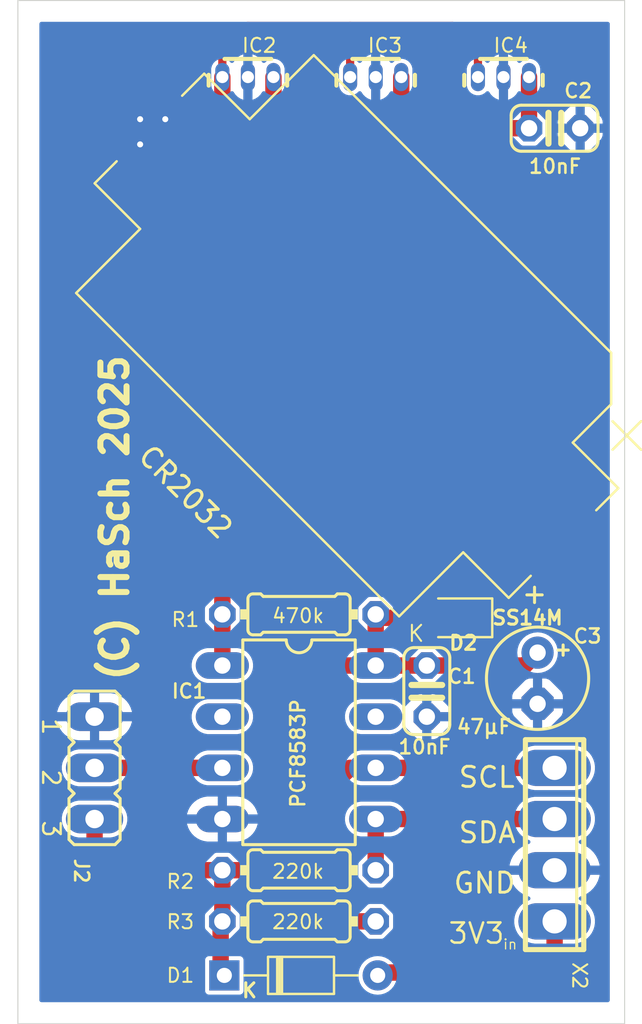
<source format=kicad_pcb>
(kicad_pcb (version 20240108) (generator "pcbnew") (generator_version "8.0")
  (layers (0 "F.Cu" signal) (31 "B.Cu" signal) (34 "B.Paste" user) (35 "F.Paste" user) (36 "B.SilkS" user "B.Silkscreen") (37 "F.SilkS" user "F.Silkscreen") (38 "B.Mask" user) (39 "F.Mask" user) (44 "Edge.Cuts" user))
  (net 0 "")
  (net 1 "SDA")
  (net 2 "VDD")
  (net 3 "GND")
  (net 4 "CNT")
  (net 5 "N$2")
  (net 6 "SCL")
  (net 7 "N$1")
  (footprint "SIP3-UA" (layer "F.Cu") (at 157.5561 83.4086 180)
    (property "Reference" "IC4" (at 0.5561 1.1586 0) (layer "F.SilkS") (effects (font (size 0.7 0.7) (thickness 0.1016)) (justify left bottom)))
    (property "Value" "A1301UA" (hide yes))
    (fp_line (start 1.95 0.11) (end 1.95 -0.425) (stroke (width 0.2032)) (layer "F.SilkS"))
    (fp_line (start -1.16 0.9) (end 1.16 0.9) (stroke (width 0.2032)) (layer "F.SilkS"))
    (fp_line (start -1.95 -0.425) (end -1.95 0.11) (stroke (width 0.2032)) (layer "F.SilkS"))
    (pad "1" thru_hole oval (at -1.27 0 270) (size 1.4 0.7) (drill 0.6) (layers "*.Cu" "*.Mask") (net 2 "VDD"))
    (pad "2" thru_hole oval (at 0 0 270) (size 1.4 0.7) (drill 0.6) (layers "*.Cu" "*.Mask") (net 3 "GND"))
    (pad "3" thru_hole oval (at 1.27 0 270) (size 1.4 0.7) (drill 0.6) (layers "*.Cu" "*.Mask") (net 4 "CNT"))
  )
  (footprint "0204_7" (layer "F.Cu") (at 147.3961 110.0786)
    (property "Reference" "R1" (at -6.3961 0.6714 0) (layer "F.SilkS") (effects (font (size 0.7 0.7) (thickness 0.09906)) (justify left bottom)))
    (property "Value" "470k" (at -1.3961 0.4826 0) (layer "F.SilkS") (effects (font (size 0.7 0.7) (thickness 0.09906)) (justify left bottom)))
    (fp_line (start -2.54 0.762) (end -2.54 -0.762) (stroke (width 0.1524)) (layer "F.SilkS"))
    (fp_line (start -2.286 -1.016) (end -1.905 -1.016) (stroke (width 0.1524)) (layer "F.SilkS"))
    (fp_line (start -2.286 1.016) (end -1.905 1.016) (stroke (width 0.1524)) (layer "F.SilkS"))
    (fp_line (start -1.778 -0.889) (end -1.905 -1.016) (stroke (width 0.1524)) (layer "F.SilkS"))
    (fp_line (start -1.778 0.889) (end -1.905 1.016) (stroke (width 0.1524)) (layer "F.SilkS"))
    (fp_line (start 1.778 -0.889) (end -1.778 -0.889) (stroke (width 0.1524)) (layer "F.SilkS"))
    (fp_line (start 1.778 -0.889) (end 1.905 -1.016) (stroke (width 0.1524)) (layer "F.SilkS"))
    (fp_line (start 1.778 0.889) (end -1.778 0.889) (stroke (width 0.1524)) (layer "F.SilkS"))
    (fp_line (start 1.778 0.889) (end 1.905 1.016) (stroke (width 0.1524)) (layer "F.SilkS"))
    (fp_line (start 2.286 -1.016) (end 1.905 -1.016) (stroke (width 0.1524)) (layer "F.SilkS"))
    (fp_line (start 2.286 1.016) (end 1.905 1.016) (stroke (width 0.1524)) (layer "F.SilkS"))
    (fp_line (start 2.54 0.762) (end 2.54 -0.762) (stroke (width 0.1524)) (layer "F.SilkS"))
    (fp_arc (start -2.54 -0.762) (mid -2.465605 -0.941605) (end -2.286 -1.016) (stroke (width 0.1524)) (layer "F.SilkS"))
    (fp_arc (start -2.286 1.016) (mid -2.465605 0.941605) (end -2.54 0.762) (stroke (width 0.1524)) (layer "F.SilkS"))
    (fp_arc (start 2.286 -1.016) (mid 2.465605 -0.941605) (end 2.54 -0.762) (stroke (width 0.1524)) (layer "F.SilkS"))
    (fp_arc (start 2.54 0.762) (mid 2.465605 0.941605) (end 2.286 1.016) (stroke (width 0.1524)) (layer "F.SilkS"))
    (fp_poly (pts (xy -2.921 0.254) (xy -2.54 0.254) (xy -2.54 -0.254) (xy -2.921 -0.254)) (fill solid) (layer "F.SilkS"))
    (fp_poly (pts (xy 2.54 0.254) (xy 2.921 0.254) (xy 2.921 -0.254) (xy 2.54 -0.254)) (fill solid) (layer "F.SilkS"))
    (pad "1" thru_hole roundrect (at -3.81 0) (size 1.3208 1.3208) (drill 0.8128) (layers "*.Cu" "*.Mask") (chamfer_ratio 0.2928932188) (chamfer top_left top_right bottom_left bottom_right) (net 4 "CNT"))
    (pad "2" thru_hole roundrect (at 3.81 0) (size 1.3208 1.3208) (drill 0.8128) (layers "*.Cu" "*.Mask") (chamfer_ratio 0.2928932188) (chamfer top_left top_right bottom_left bottom_right) (net 2 "VDD"))
  )
  (footprint "SIP3-UA" (layer "F.Cu") (at 151.2061 83.4086 180)
    (property "Reference" "IC3" (at 0.4561 1.1586 0) (layer "F.SilkS") (effects (font (size 0.7 0.7) (thickness 0.1016)) (justify left bottom)))
    (property "Value" "A1301UA" (hide yes))
    (fp_line (start 1.95 0.11) (end 1.95 -0.425) (stroke (width 0.2032)) (layer "F.SilkS"))
    (fp_line (start -1.16 0.9) (end 1.16 0.9) (stroke (width 0.2032)) (layer "F.SilkS"))
    (fp_line (start -1.95 -0.425) (end -1.95 0.11) (stroke (width 0.2032)) (layer "F.SilkS"))
    (pad "1" thru_hole oval (at -1.27 0 270) (size 1.4 0.7) (drill 0.6) (layers "*.Cu" "*.Mask") (net 2 "VDD"))
    (pad "2" thru_hole oval (at 0 0 270) (size 1.4 0.7) (drill 0.6) (layers "*.Cu" "*.Mask") (net 3 "GND"))
    (pad "3" thru_hole oval (at 1.27 0 270) (size 1.4 0.7) (drill 0.6) (layers "*.Cu" "*.Mask") (net 4 "CNT"))
  )
  (footprint "Diode_SMD:D_0805_2012Metric" (layer "F.Cu") (at 155.3125 110.25 180)
    (property "Reference" "D2" (at -0.25 -1.25 180) (layer "F.SilkS") (effects (font (size 0.7 0.7))))
    (property "Value" "SS14M" (at -3.4375 0 180) (layer "F.SilkS") (effects (font (size 0.7 0.7))))
    (fp_line (start 1 -0.96) (end -1.685 -0.96) (stroke (width 0.12)) (layer "F.SilkS"))
    (fp_line (start -1.685 0.96) (end 1 0.96) (stroke (width 0.12)) (layer "F.SilkS"))
    (fp_line (start -1.685 -0.96) (end -1.685 0.96) (stroke (width 0.12)) (layer "F.SilkS"))
    (pad "1" smd roundrect (at -0.9375 0 180) (size 0.975 1.4) (layers "F.Cu" "F.Paste" "F.Mask"))
    (pad "2" smd roundrect (at 0.9375 0 180) (size 0.975 1.4) (layers "F.Cu" "F.Paste" "F.Mask") (net 2 "VDD"))
  )
  (footprint "C025-024X044" (layer "F.Cu") (at 160.0961 85.9486)
    (property "Reference" "C2" (at 0.4039 -1.4486 0) (layer "F.SilkS") (effects (font (size 0.7 0.7) (thickness 0.127)) (justify left bottom)))
    (property "Value" "10nF" (at -1.3461 2.3014 0) (layer "F.SilkS") (effects (font (size 0.7 0.7) (thickness 0.127)) (justify left bottom)))
    (fp_line (start -2.159 0.635) (end -2.159 -0.635) (stroke (width 0.1524)) (layer "F.SilkS"))
    (fp_line (start -0.3048 -0.762) (end -0.3048 0.762) (stroke (width 0.3048)) (layer "F.SilkS"))
    (fp_line (start 0.3302 -0.762) (end 0.3302 0.762) (stroke (width 0.3048)) (layer "F.SilkS"))
    (fp_line (start 1.651 -1.143) (end -1.651 -1.143) (stroke (width 0.1524)) (layer "F.SilkS"))
    (fp_line (start 1.651 1.143) (end -1.651 1.143) (stroke (width 0.1524)) (layer "F.SilkS"))
    (fp_line (start 2.159 0.635) (end 2.159 -0.635) (stroke (width 0.1524)) (layer "F.SilkS"))
    (fp_arc (start -2.159 -0.635) (mid -2.01021 -0.99421) (end -1.651 -1.143) (stroke (width 0.1524)) (layer "F.SilkS"))
    (fp_arc (start -1.651 1.143) (mid -2.01021 0.99421) (end -2.159 0.635) (stroke (width 0.1524)) (layer "F.SilkS"))
    (fp_arc (start 1.651 -1.143) (mid 2.01021 -0.99421) (end 2.159 -0.635) (stroke (width 0.1524)) (layer "F.SilkS"))
    (fp_arc (start 2.159 0.635) (mid 2.01021 0.99421) (end 1.651 1.143) (stroke (width 0.1524)) (layer "F.SilkS"))
    (pad "1" thru_hole roundrect (at -1.27 0) (size 1.3208 1.3208) (drill 0.8128) (layers "*.Cu" "*.Mask") (chamfer_ratio 0.2928932188) (chamfer top_left top_right bottom_left bottom_right) (net 2 "VDD"))
    (pad "2" thru_hole roundrect (at 1.27 0) (size 1.3208 1.3208) (drill 0.8128) (layers "*.Cu" "*.Mask") (chamfer_ratio 0.2928932188) (chamfer top_left top_right bottom_left bottom_right) (net 3 "GND"))
  )
  (footprint "SIP3-UA" (layer "F.Cu") (at 144.8561 83.4086 180)
    (property "Reference" "IC2" (at 0.3561 1.1586 0) (layer "F.SilkS") (effects (font (size 0.7 0.7) (thickness 0.1016)) (justify left bottom)))
    (property "Value" "A1301UA" (hide yes))
    (fp_line (start 1.95 0.11) (end 1.95 -0.425) (stroke (width 0.2032)) (layer "F.SilkS"))
    (fp_line (start -1.16 0.9) (end 1.16 0.9) (stroke (width 0.2032)) (layer "F.SilkS"))
    (fp_line (start -1.95 -0.425) (end -1.95 0.11) (stroke (width 0.2032)) (layer "F.SilkS"))
    (pad "1" thru_hole oval (at -1.27 0 270) (size 1.4 0.7) (drill 0.6) (layers "*.Cu" "*.Mask") (net 2 "VDD"))
    (pad "2" thru_hole oval (at 0 0 270) (size 1.4 0.7) (drill 0.6) (layers "*.Cu" "*.Mask") (net 3 "GND"))
    (pad "3" thru_hole oval (at 1.27 0 270) (size 1.4 0.7) (drill 0.6) (layers "*.Cu" "*.Mask") (net 4 "CNT"))
  )
  (footprint "0204_7" (layer "F.Cu") (at 147.3961 122.7786 180)
    (property "Reference" "R2" (at 6.6461 -0.9714 0) (layer "F.SilkS") (effects (font (size 0.7 0.7) (thickness 0.09906)) (justify left bottom)))
    (property "Value" "220k" (at 1.3961 -0.4714 0) (layer "F.SilkS") (effects (font (size 0.7 0.7) (thickness 0.09906)) (justify left bottom)))
    (fp_line (start 2.54 0.762) (end 2.54 -0.762) (stroke (width 0.1524)) (layer "F.SilkS"))
    (fp_line (start 2.286 1.016) (end 1.905 1.016) (stroke (width 0.1524)) (layer "F.SilkS"))
    (fp_line (start 2.286 -1.016) (end 1.905 -1.016) (stroke (width 0.1524)) (layer "F.SilkS"))
    (fp_line (start 1.778 0.889) (end 1.905 1.016) (stroke (width 0.1524)) (layer "F.SilkS"))
    (fp_line (start 1.778 0.889) (end -1.778 0.889) (stroke (width 0.1524)) (layer "F.SilkS"))
    (fp_line (start 1.778 -0.889) (end 1.905 -1.016) (stroke (width 0.1524)) (layer "F.SilkS"))
    (fp_line (start 1.778 -0.889) (end -1.778 -0.889) (stroke (width 0.1524)) (layer "F.SilkS"))
    (fp_line (start -1.778 0.889) (end -1.905 1.016) (stroke (width 0.1524)) (layer "F.SilkS"))
    (fp_line (start -1.778 -0.889) (end -1.905 -1.016) (stroke (width 0.1524)) (layer "F.SilkS"))
    (fp_line (start -2.286 1.016) (end -1.905 1.016) (stroke (width 0.1524)) (layer "F.SilkS"))
    (fp_line (start -2.286 -1.016) (end -1.905 -1.016) (stroke (width 0.1524)) (layer "F.SilkS"))
    (fp_line (start -2.54 0.762) (end -2.54 -0.762) (stroke (width 0.1524)) (layer "F.SilkS"))
    (fp_arc (start 2.54 0.762) (mid 2.465605 0.941605) (end 2.286 1.016) (stroke (width 0.1524)) (layer "F.SilkS"))
    (fp_arc (start 2.286 -1.016) (mid 2.465605 -0.941605) (end 2.54 -0.762) (stroke (width 0.1524)) (layer "F.SilkS"))
    (fp_arc (start -2.286 1.016) (mid -2.465605 0.941605) (end -2.54 0.762) (stroke (width 0.1524)) (layer "F.SilkS"))
    (fp_arc (start -2.54 -0.762) (mid -2.465605 -0.941605) (end -2.286 -1.016) (stroke (width 0.1524)) (layer "F.SilkS"))
    (fp_poly (pts (xy 2.54 0.254) (xy 2.921 0.254) (xy 2.921 -0.254) (xy 2.54 -0.254)) (fill solid) (layer "F.SilkS"))
    (fp_poly (pts (xy -2.921 0.254) (xy -2.54 0.254) (xy -2.54 -0.254) (xy -2.921 -0.254)) (fill solid) (layer "F.SilkS"))
    (pad "1" thru_hole roundrect (at -3.81 0 180) (size 1.3208 1.3208) (drill 0.8128) (layers "*.Cu" "*.Mask") (chamfer_ratio 0.2928932188) (chamfer top_left top_right bottom_left bottom_right) (net 1 "SDA"))
    (pad "2" thru_hole roundrect (at 3.81 0 180) (size 1.3208 1.3208) (drill 0.8128) (layers "*.Cu" "*.Mask") (chamfer_ratio 0.2928932188) (chamfer top_left top_right bottom_left bottom_right) (net 2 "VDD"))
  )
  (footprint "4POL254" (layer "F.Cu") (at 160.0961 121.5086 -90)
    (property "Reference" "X2" (at 7.2414 -1.6539 -90) (layer "F.SilkS") (effects (font (size 0.7 0.7) (thickness 0.1016)) (justify right top)))
    (property "Value" "")
    (fp_line (start -5.21 1.45) (end 5.21 1.45) (stroke (width 0.254)) (layer "F.SilkS"))
    (fp_line (start 5.21 1.45) (end 5.21 -1.45) (stroke (width 0.254)) (layer "F.SilkS"))
    (fp_line (start -5.1 -1.1) (end 5.1 -1.1) (stroke (width 0.1524)) (layer "F.SilkS"))
    (fp_line (start -5.21 -1.45) (end -5.21 1.45) (stroke (width 0.254)) (layer "F.SilkS"))
    (fp_line (start 5.21 -1.45) (end -5.21 -1.45) (stroke (width 0.254)) (layer "F.SilkS"))
    (pad "1" thru_hole oval (at -3.81 0) (size 3.6 1.8) (drill 1.2) (layers "*.Cu" "*.Mask") (net 6 "SCL"))
    (pad "2" thru_hole oval (at -1.27 0) (size 3.6 1.8) (drill 1.2) (layers "*.Cu" "*.Mask") (net 1 "SDA"))
    (pad "3" thru_hole oval (at 1.27 0) (size 3.6 1.8) (drill 1.2) (layers "*.Cu" "*.Mask") (net 3 "GND"))
    (pad "4" thru_hole oval (at 3.81 0) (size 3.6 1.8) (drill 1.2) (layers "*.Cu" "*.Mask") (net 7 "N$1"))
  )
  (footprint "Battery:BatteryHolder_Keystone_1060_1x2032" (layer "F.Cu") (at 150.25 96.25 135)
    (property "Reference" "CR2032" (at 0.53033 -11.490485 135) (layer "F.SilkS"))
    (property "Value" "")
    (fp_line (start 11.35 -8.350001) (end 11.35 -3.85) (stroke (width 0.12)) (layer "F.SilkS"))
    (fp_line (start 14.55 -3.85) (end 14.55 -2.3) (stroke (width 0.12)) (layer "F.SilkS"))
    (fp_line (start 11.35 -3.85) (end 14.55 -3.85) (stroke (width 0.12)) (layer "F.SilkS"))
    (fp_line (start 14.55 3.85) (end 14.55 2.3) (stroke (width 0.12)) (layer "F.SilkS"))
    (fp_line (start 11.35 3.85) (end 14.55 3.85) (stroke (width 0.12)) (layer "F.SilkS"))
    (fp_line (start 11.35 8.350001) (end 11.35 3.85) (stroke (width 0.12)) (layer "F.SilkS"))
    (fp_line (start 11.35 8.350001) (end -9.55 8.35) (stroke (width 0.12)) (layer "F.SilkS"))
    (fp_line (start -11.35 -8.350001) (end 11.35 -8.350001) (stroke (width 0.12)) (layer "F.SilkS"))
    (fp_line (start -11.35 -8.350001) (end -11.35 -3.85) (stroke (width 0.12)) (layer "F.SilkS"))
    (fp_line (start -11.35 -3.85) (end -14.55 -3.85) (stroke (width 0.12)) (layer "F.SilkS"))
    (fp_line (start -14.55 -3.85) (end -14.55 -2.3) (stroke (width 0.12)) (layer "F.SilkS"))
    (fp_line (start -11.35 3.85) (end -14.55 3.85) (stroke (width 0.12)) (layer "F.SilkS"))
    (fp_line (start -9.55 8.35) (end -11.35 6.549999) (stroke (width 0.12)) (layer "F.SilkS"))
    (fp_line (start -11.35 6.549999) (end -11.35 3.85) (stroke (width 0.12)) (layer "F.SilkS"))
    (fp_line (start -12 6) (end -14 6) (stroke (width 0.12)) (layer "F.SilkS"))
    (fp_line (start -13 5) (end -13 7) (stroke (width 0.12)) (layer "F.SilkS"))
    (fp_line (start -14.55 3.85) (end -14.55 2.3) (stroke (width 0.12)) (layer "F.SilkS"))
    (fp_text user "+" (at -15.3 -2.785 0) (layer "F.SilkS"))
    (pad "1" smd rect (at -14.65 0 315) (size 2.6 3.6) (layers "F.Cu" "F.Paste" "F.Mask"))
    (pad "2" smd rect (at 14.65 0 315) (size 2.6 3.6) (layers "F.Cu" "F.Paste" "F.Mask") (net 3 "GND"))
  )
  (footprint "Diode_THT:D_DO-34_SOD68_P7.62mm_Horizontal" (layer "F.Cu") (at 143.685 128)
    (property "Reference" "D1" (hide yes))
    (property "Value" "1N4148")
    (fp_line (start 0.99 0) (end 2.17 0) (stroke (width 0.12)) (layer "F.SilkS"))
    (fp_line (start 2.17 -0.92) (end 2.17 0.92) (stroke (width 0.12)) (layer "F.SilkS"))
    (fp_line (start 2.17 0.92) (end 5.45 0.92) (stroke (width 0.12)) (layer "F.SilkS"))
    (fp_line (start 2.626 -0.92) (end 2.626 0.92) (stroke (width 0.12)) (layer "F.SilkS"))
    (fp_line (start 2.746 -0.92) (end 2.746 0.92) (stroke (width 0.12)) (layer "F.SilkS"))
    (fp_line (start 2.866 -0.92) (end 2.866 0.92) (stroke (width 0.12)) (layer "F.SilkS"))
    (fp_line (start 5.45 -0.92) (end 2.17 -0.92) (stroke (width 0.12)) (layer "F.SilkS"))
    (fp_line (start 5.45 0.92) (end 5.45 -0.92) (stroke (width 0.12)) (layer "F.SilkS"))
    (fp_line (start 6.63 0) (end 5.45 0) (stroke (width 0.12)) (layer "F.SilkS"))
    (fp_text user "${REFERENCE}" (at -2.185 0 0) (layer "F.SilkS") (effects (font (size 0.7 0.7) (thickness 0.09906))))
    (fp_text user "K" (at 1.25 0.75 0) (layer "F.SilkS") (effects (font (size 0.7 0.7))))
    (pad "1" thru_hole rect (at 0 0) (size 1.5 1.5) (drill 0.75) (layers "*.Cu" "*.Mask") (net 2 "VDD"))
    (pad "2" thru_hole oval (at 7.62 0) (size 1.5 1.5) (drill 0.75) (layers "*.Cu" "*.Mask") (net 7 "N$1"))
  )
  (footprint "E2,5-5" (layer "F.Cu") (at 159.25 113.25 -90)
    (property "Reference" "C3" (at -2.5 -3.25 0) (layer "F.SilkS") (effects (font (size 0.7 0.7) (thickness 0.127)) (justify right top)))
    (property "Value" "47µF" (at 2 1.25 0) (layer "F.SilkS") (effects (font (size 0.7 0.7) (thickness 0.127)) (justify right top)))
    (fp_line (start -1.397 -1.016) (end -1.397 -1.27) (stroke (width 0.1524)) (layer "F.SilkS"))
    (fp_line (start -1.651 -1.27) (end -1.397 -1.27) (stroke (width 0.1524)) (layer "F.SilkS"))
    (fp_line (start -1.397 -1.27) (end -1.143 -1.27) (stroke (width 0.1524)) (layer "F.SilkS"))
    (fp_line (start -1.397 -1.27) (end -1.397 -1.524) (stroke (width 0.1524)) (layer "F.SilkS"))
    (fp_circle (center 0 0) (end 2.54 0) (stroke (width 0.1524)) (fill none) (layer "F.SilkS"))
    (pad "+" thru_hole circle (at -1.27 0 270) (size 1.6002 1.6002) (drill 0.8128) (layers "*.Cu" "*.Mask") (net 2 "VDD"))
    (pad "-" thru_hole roundrect (at 1.27 0 270) (size 1.6002 1.6002) (drill 0.8128) (layers "*.Cu" "*.Mask") (chamfer_ratio 0.2928932188) (chamfer top_left top_right bottom_left bottom_right) (net 3 "GND"))
  )
  (footprint "JP2" (layer "F.Cu") (at 137.2361 117.6986 -90)
    (property "Reference" "J2" (at 5.8014 0.2361 -90) (layer "F.SilkS") (effects (font (size 0.7 0.7) (thickness 0.127)) (justify right top)))
    (property "Value" "")
    (fp_line (start -1.524 1.27) (end -3.556 1.27) (stroke (width 0.1524)) (layer "F.SilkS"))
    (fp_line (start -1.524 1.27) (end -1.27 1.016) (stroke (width 0.1524)) (layer "F.SilkS"))
    (fp_line (start 1.016 1.27) (end -1.016 1.27) (stroke (width 0.1524)) (layer "F.SilkS"))
    (fp_line (start 1.016 1.27) (end 1.27 1.016) (stroke (width 0.1524)) (layer "F.SilkS"))
    (fp_line (start 3.556 1.27) (end 1.524 1.27) (stroke (width 0.1524)) (layer "F.SilkS"))
    (fp_line (start 3.556 1.27) (end 3.81 1.016) (stroke (width 0.1524)) (layer "F.SilkS"))
    (fp_line (start -3.81 1.016) (end -3.556 1.27) (stroke (width 0.1524)) (layer "F.SilkS"))
    (fp_line (start -3.81 1.016) (end -3.81 -1.016) (stroke (width 0.1524)) (layer "F.SilkS"))
    (fp_line (start -1.27 1.016) (end -1.016 1.27) (stroke (width 0.1524)) (layer "F.SilkS"))
    (fp_line (start 1.27 1.016) (end 1.524 1.27) (stroke (width 0.1524)) (layer "F.SilkS"))
    (fp_line (start -3.81 -1.016) (end -3.556 -1.27) (stroke (width 0.1524)) (layer "F.SilkS"))
    (fp_line (start -1.27 -1.016) (end -1.016 -1.27) (stroke (width 0.1524)) (layer "F.SilkS"))
    (fp_line (start 1.27 -1.016) (end 1.524 -1.27) (stroke (width 0.1524)) (layer "F.SilkS"))
    (fp_line (start 3.81 -1.016) (end 3.81 1.016) (stroke (width 0.1524)) (layer "F.SilkS"))
    (fp_line (start -1.524 -1.27) (end -1.27 -1.016) (stroke (width 0.1524)) (layer "F.SilkS"))
    (fp_line (start -1.524 -1.27) (end -3.556 -1.27) (stroke (width 0.1524)) (layer "F.SilkS"))
    (fp_line (start 1.016 -1.27) (end 1.27 -1.016) (stroke (width 0.1524)) (layer "F.SilkS"))
    (fp_line (start 1.016 -1.27) (end -1.016 -1.27) (stroke (width 0.1524)) (layer "F.SilkS"))
    (fp_line (start 3.556 -1.27) (end 3.81 -1.016) (stroke (width 0.1524)) (layer "F.SilkS"))
    (fp_line (start 3.556 -1.27) (end 1.524 -1.27) (stroke (width 0.1524)) (layer "F.SilkS"))
    (fp_text user "2" (at 0 2.667 -90) (layer "F.SilkS") (effects (font (size 0.871728 0.871728) (thickness 0.118872)) (justify left bottom)))
    (fp_text user "1" (at -2.54 2.667 -90) (layer "F.SilkS") (effects (font (size 0.871728 0.871728) (thickness 0.118872)) (justify left bottom)))
    (fp_text user "3" (at 2.54 2.667 -90) (layer "F.SilkS") (effects (font (size 0.871728 0.871728) (thickness 0.118872)) (justify left bottom)))
    (pad "1" thru_hole oval (at -2.54 0) (size 2.8448 1.4224) (drill 0.9144) (layers "*.Cu" "*.Mask") (net 3 "GND"))
    (pad "2" thru_hole oval (at 0 0) (size 2.8448 1.4224) (drill 0.9144) (layers "*.Cu" "*.Mask") (net 5 "N$2"))
    (pad "3" thru_hole oval (at 2.54 0) (size 2.8448 1.4224) (drill 0.9144) (layers "*.Cu" "*.Mask") (net 2 "VDD"))
  )
  (footprint "0204_7" (layer "F.Cu") (at 147.3961 125.3186 180)
    (property "Reference" "R3" (at 6.6461 -0.4314 0) (layer "F.SilkS") (effects (font (size 0.7 0.7) (thickness 0.09906)) (justify left bottom)))
    (property "Value" "220k" (at 1.3961 -0.4314 0) (layer "F.SilkS") (effects (font (size 0.7 0.7) (thickness 0.09906)) (justify left bottom)))
    (fp_line (start 2.54 0.762) (end 2.54 -0.762) (stroke (width 0.1524)) (layer "F.SilkS"))
    (fp_line (start 2.286 1.016) (end 1.905 1.016) (stroke (width 0.1524)) (layer "F.SilkS"))
    (fp_line (start 2.286 -1.016) (end 1.905 -1.016) (stroke (width 0.1524)) (layer "F.SilkS"))
    (fp_line (start 1.778 0.889) (end 1.905 1.016) (stroke (width 0.1524)) (layer "F.SilkS"))
    (fp_line (start 1.778 0.889) (end -1.778 0.889) (stroke (width 0.1524)) (layer "F.SilkS"))
    (fp_line (start 1.778 -0.889) (end 1.905 -1.016) (stroke (width 0.1524)) (layer "F.SilkS"))
    (fp_line (start 1.778 -0.889) (end -1.778 -0.889) (stroke (width 0.1524)) (layer "F.SilkS"))
    (fp_line (start -1.778 0.889) (end -1.905 1.016) (stroke (width 0.1524)) (layer "F.SilkS"))
    (fp_line (start -1.778 -0.889) (end -1.905 -1.016) (stroke (width 0.1524)) (layer "F.SilkS"))
    (fp_line (start -2.286 1.016) (end -1.905 1.016) (stroke (width 0.1524)) (layer "F.SilkS"))
    (fp_line (start -2.286 -1.016) (end -1.905 -1.016) (stroke (width 0.1524)) (layer "F.SilkS"))
    (fp_line (start -2.54 0.762) (end -2.54 -0.762) (stroke (width 0.1524)) (layer "F.SilkS"))
    (fp_arc (start 2.54 0.762) (mid 2.465605 0.941605) (end 2.286 1.016) (stroke (width 0.1524)) (layer "F.SilkS"))
    (fp_arc (start 2.286 -1.016) (mid 2.465605 -0.941605) (end 2.54 -0.762) (stroke (width 0.1524)) (layer "F.SilkS"))
    (fp_arc (start -2.286 1.016) (mid -2.465605 0.941605) (end -2.54 0.762) (stroke (width 0.1524)) (layer "F.SilkS"))
    (fp_arc (start -2.54 -0.762) (mid -2.465605 -0.941605) (end -2.286 -1.016) (stroke (width 0.1524)) (layer "F.SilkS"))
    (fp_poly (pts (xy 2.54 0.254) (xy 2.921 0.254) (xy 2.921 -0.254) (xy 2.54 -0.254)) (fill solid) (layer "F.SilkS"))
    (fp_poly (pts (xy -2.921 0.254) (xy -2.54 0.254) (xy -2.54 -0.254) (xy -2.921 -0.254)) (fill solid) (layer "F.SilkS"))
    (pad "1" thru_hole roundrect (at -3.81 0 180) (size 1.3208 1.3208) (drill 0.8128) (layers "*.Cu" "*.Mask") (chamfer_ratio 0.2928932188) (chamfer top_left top_right bottom_left bottom_right) (net 6 "SCL"))
    (pad "2" thru_hole roundrect (at 3.81 0 180) (size 1.3208 1.3208) (drill 0.8128) (layers "*.Cu" "*.Mask") (chamfer_ratio 0.2928932188) (chamfer top_left top_right bottom_left bottom_right) (net 2 "VDD"))
  )
  (footprint "C025-024X044" (layer "F.Cu") (at 153.7461 113.8886 -90)
    (property "Reference" "C1" (at -1.1386 -2.5039 0) (layer "F.SilkS") (effects (font (size 0.7 0.7) (thickness 0.127)) (justify right top)))
    (property "Value" "10nF" (at 2.3614 -1.2539 0) (layer "F.SilkS") (effects (font (size 0.7 0.7) (thickness 0.127)) (justify right top)))
    (fp_line (start 1.651 1.143) (end -1.651 1.143) (stroke (width 0.1524)) (layer "F.SilkS"))
    (fp_line (start -2.159 0.635) (end -2.159 -0.635) (stroke (width 0.1524)) (layer "F.SilkS"))
    (fp_line (start 2.159 0.635) (end 2.159 -0.635) (stroke (width 0.1524)) (layer "F.SilkS"))
    (fp_line (start -0.3048 -0.762) (end -0.3048 0.762) (stroke (width 0.3048)) (layer "F.SilkS"))
    (fp_line (start 0.3302 -0.762) (end 0.3302 0.762) (stroke (width 0.3048)) (layer "F.SilkS"))
    (fp_line (start 1.651 -1.143) (end -1.651 -1.143) (stroke (width 0.1524)) (layer "F.SilkS"))
    (fp_arc (start -1.651 1.143) (mid -2.01021 0.99421) (end -2.159 0.635) (stroke (width 0.1524)) (layer "F.SilkS"))
    (fp_arc (start 2.159 0.635) (mid 2.01021 0.99421) (end 1.651 1.143) (stroke (width 0.1524)) (layer "F.SilkS"))
    (fp_arc (start -2.159 -0.635) (mid -2.01021 -0.99421) (end -1.651 -1.143) (stroke (width 0.1524)) (layer "F.SilkS"))
    (fp_arc (start 1.651 -1.143) (mid 2.01021 -0.99421) (end 2.159 -0.635) (stroke (width 0.1524)) (layer "F.SilkS"))
    (pad "1" thru_hole roundrect (at -1.27 0 270) (size 1.3208 1.3208) (drill 0.8128) (layers "*.Cu" "*.Mask") (chamfer_ratio 0.2928932188) (chamfer top_left top_right bottom_left bottom_right) (net 2 "VDD"))
    (pad "2" thru_hole roundrect (at 1.27 0 270) (size 1.3208 1.3208) (drill 0.8128) (layers "*.Cu" "*.Mask") (chamfer_ratio 0.2928932188) (chamfer top_left top_right bottom_left bottom_right) (net 3 "GND"))
  )
  (footprint "DIL08" (layer "F.Cu") (at 147.3961 116.4286 -90)
    (property "Reference" "IC1" (at -2.1286 6.3961 0) (layer "F.SilkS") (effects (font (size 0.7 0.7) (thickness 0.127)) (justify left bottom)))
    (property "Value" "PCF8583P" (at 3.3214 -0.3539 90) (layer "F.SilkS") (effects (font (size 0.7 0.7) (thickness 0.127)) (justify left bottom)))
    (fp_line (start -5.08 2.794) (end 5.08 2.794) (stroke (width 0.1524)) (layer "F.SilkS"))
    (fp_line (start 5.08 2.794) (end 5.08 -2.794) (stroke (width 0.1524)) (layer "F.SilkS"))
    (fp_line (start -5.08 0.635) (end -5.08 2.794) (stroke (width 0.1524)) (layer "F.SilkS"))
    (fp_line (start -5.08 -2.794) (end -5.08 -0.635) (stroke (width 0.1524)) (layer "F.SilkS"))
    (fp_line (start 5.08 -2.794) (end -5.08 -2.794) (stroke (width 0.1524)) (layer "F.SilkS"))
    (fp_arc (start -5.08 -0.635) (mid -4.445 0) (end -5.08 0.635) (stroke (width 0.1524)) (layer "F.SilkS"))
    (pad "1" thru_hole oval (at -3.81 3.81) (size 2.6416 1.3208) (drill 0.8128) (layers "*.Cu" "*.Mask") (net 4 "CNT"))
    (pad "2" thru_hole oval (at -1.27 3.81) (size 2.6416 1.3208) (drill 0.8128) (layers "*.Cu" "*.Mask"))
    (pad "3" thru_hole oval (at 1.27 3.81) (size 2.6416 1.3208) (drill 0.8128) (layers "*.Cu" "*.Mask") (net 5 "N$2"))
    (pad "4" thru_hole oval (at 3.81 3.81) (size 2.6416 1.3208) (drill 0.8128) (layers "*.Cu" "*.Mask") (net 3 "GND"))
    (pad "5" thru_hole oval (at 3.81 -3.81) (size 2.6416 1.3208) (drill 0.8128) (layers "*.Cu" "*.Mask") (net 1 "SDA"))
    (pad "6" thru_hole oval (at 1.27 -3.81) (size 2.6416 1.3208) (drill 0.8128) (layers "*.Cu" "*.Mask") (net 6 "SCL"))
    (pad "7" thru_hole oval (at -1.27 -3.81) (size 2.6416 1.3208) (drill 0.8128) (layers "*.Cu" "*.Mask"))
    (pad "8" thru_hole oval (at -3.81 -3.81) (size 2.6416 1.3208) (drill 0.8128) (layers "*.Cu" "*.Mask") (net 2 "VDD"))
  )
  (gr_line (start 133.4261 79.6086) (end 133.4261 130.3986) (stroke (width 0.05)) (layer "Edge.Cuts"))
  (gr_line (start 133.4261 130.3986) (end 163.5761 130.3986) (stroke (width 0.05)) (layer "Edge.Cuts"))
  (gr_line (start 163.5761 79.6086) (end 133.4261 79.6086) (stroke (width 0.05)) (layer "Edge.Cuts"))
  (gr_line (start 163.5761 130.3986) (end 163.5761 79.6086) (stroke (width 0.05)) (layer "Edge.Cuts"))
  (gr_text "RG Cntr V 1.4" (at 137 112.75 90) (layer "F.Cu") (effects (font (size 1.63576 1.63576) (thickness 0.14224)) (justify left bottom)))
  (gr_text "(C) HaSch 2025" (at 139 113.5 90) (layer "F.SilkS") (effects (font (size 1.3 1.3) (thickness 0.3) (bold yes)) (justify left bottom)))
  (gr_text "K" (at 152.75 111.5 0) (layer "F.SilkS") (effects (font (size 0.8 0.8) (thickness 0.1)) (justify left bottom)))
  (gr_text "GND" (at 155 124 0) (layer "F.SilkS") (effects (font (size 1 1) (thickness 0.14224)) (justify left bottom)))
  (gr_text "SCL" (at 155.25 118.75 0) (layer "F.SilkS") (effects (font (size 1 1) (thickness 0.14224)) (justify left bottom)))
  (gr_text "3V3" (at 154.75 126.5 0) (layer "F.SilkS") (effects (font (size 1 1) (thickness 0.125)) (justify left bottom)))
  (gr_text "SDA" (at 155.25 121.5 0) (layer "F.SilkS") (effects (font (size 1 1) (thickness 0.14224)) (justify left bottom)))
  (gr_text "in" (at 157.5 126.75 0) (layer "F.SilkS") (effects (font (size 0.5 0.5) (thickness 0.0625)) (justify left bottom)))
  (segment (start 159.890886 106.609114) (end 160.609114 106.609114) (width 0.2) (layer "F.Cu") (net 0))
  (segment (start 156.25 110.25) (end 159.890886 106.609114) (width 0.8128) (layer "F.Cu") (net 0))
  (segment (start 151.2061 120.2386) (end 160.0961 120.2386) (width 0.8128) (layer "F.Cu") (net 1))
  (segment (start 151.2061 120.2386) (end 151.2061 122.7786) (width 0.8128) (layer "F.Cu") (net 1))
  (segment (start 151.2061 110.0786) (end 151.2061 112.6186) (width 0.8128) (layer "F.Cu") (net 2))
  (segment (start 146.1261 84.6786) (end 147.3961 85.9486) (width 0.8128) (layer "F.Cu") (net 2))
  (segment (start 151.2061 112.6186) (end 147.3961 112.6186) (width 0.8128) (layer "F.Cu") (net 2))
  (segment (start 151.2061 112.6186) (end 153.7461 112.6186) (width 0.8128) (layer "F.Cu") (net 2))
  (segment (start 158.6114 112.6186) (end 159.25 111.98) (width 0.8128) (layer "F.Cu") (net 2))
  (segment (start 154.375 110.25) (end 151.3775 110.25) (width 0.8128) (layer "F.Cu") (net 2))
  (segment (start 146.1261 121.5086) (end 144.8561 122.7786) (width 0.8128) (layer "F.Cu") (net 2))
  (segment (start 144.8561 122.7786) (end 143.5861 122.7786) (width 0.8128) (layer "F.Cu") (net 2))
  (segment (start 147.3961 85.9486) (end 152.4761 85.9486) (width 0.8128) (layer "F.Cu") (net 2))
  (segment (start 143.5861 125.3186) (end 143.5861 122.7786) (width 0.8128) (layer "F.Cu") (net 2))
  (segment (start 154.375 110.25) (end 154.375 86.0736) (width 0.8128) (layer "F.Cu") (net 2))
  (segment (start 154.375 86.0736) (end 154.25 85.9486) (width 0.2) (layer "F.Cu") (net 2))
  (segment (start 143.5 125.3186) (end 143.5 127.8586) (width 0.8128) (layer "F.Cu") (net 2))
  (segment (start 152.4761 85.9486) (end 154.25 85.9486) (width 0.8128) (layer "F.Cu") (net 2))
  (segment (start 147.3961 112.6186) (end 146.1261 113.8886) (width 0.8128) (layer "F.Cu") (net 2))
  (segment (start 151.3775 110.25) (end 151.2061 110.0786) (width 0.2) (layer "F.Cu") (net 2))
  (segment (start 146.1261 113.8886) (end 146.1261 121.5086) (width 0.8128) (layer "F.Cu") (net 2))
  (segment (start 153.7461 112.6186) (end 158.6114 112.6186) (width 0.8128) (layer "F.Cu") (net 2))
  (segment (start 158.8261 83.4086) (end 158.8261 85.9486) (width 0.8128) (layer "F.Cu") (net 2))
  (segment (start 146.1261 83.4086) (end 146.1261 84.6786) (width 0.8128) (layer "F.Cu") (net 2))
  (segment (start 154.25 85.9486) (end 158.8261 85.9486) (width 0.8128) (layer "F.Cu") (net 2))
  (segment (start 137.2361 121.5086) (end 138.5061 122.7786) (width 0.8128) (layer "F.Cu") (net 2))
  (segment (start 152.4761 83.4086) (end 152.4761 85.9486) (width 0.8128) (layer "F.Cu") (net 2))
  (segment (start 137.2361 120.2386) (end 137.2361 121.5086) (width 0.8128) (layer "F.Cu") (net 2))
  (segment (start 138.5061 122.7786) (end 143.5861 122.7786) (width 0.8128) (layer "F.Cu") (net 2))
  (via (at 139.5 86.75) (size 0.6) (drill 0.3) (layers "F.Cu" "B.Cu") (net 3))
  (via (at 140.75 85.5) (size 0.6) (drill 0.3) (layers "F.Cu" "B.Cu") (net 3))
  (via (at 139.5 85.5) (size 0.6) (drill 0.3) (layers "F.Cu" "B.Cu") (net 3))
  (segment (start 143.5861 110.0786) (end 143.5861 112.6186) (width 0.8128) (layer "F.Cu") (net 4))
  (segment (start 143.5861 83.4086) (end 143.5861 110.0786) (width 0.8128) (layer "F.Cu") (net 4))
  (segment (start 144.8561 80.8686) (end 149.9361 80.8686) (width 0.4064) (layer "F.Cu") (net 4))
  (segment (start 156.2861 83.4086) (end 156.2861 82.1386) (width 0.4064) (layer "F.Cu") (net 4))
  (segment (start 149.9361 80.8686) (end 149.9361 83.4086) (width 0.4064) (layer "F.Cu") (net 4))
  (segment (start 156.2861 82.1386) (end 155.0161 80.8686) (width 0.4064) (layer "F.Cu") (net 4))
  (segment (start 155.0161 80.8686) (end 149.9361 80.8686) (width 0.4064) (layer "F.Cu") (net 4))
  (segment (start 143.5861 83.4086) (end 143.5861 82.1386) (width 0.4064) (layer "F.Cu") (net 4))
  (segment (start 143.5861 82.1386) (end 144.8561 80.8686) (width 0.4064) (layer "F.Cu") (net 4))
  (segment (start 143.5861 117.6986) (end 137.2361 117.6986) (width 0.8128) (layer "F.Cu") (net 5))
  (segment (start 151.2061 117.6986) (end 160.0961 117.6986) (width 0.8128) (layer "F.Cu") (net 6))
  (segment (start 148.6661 118.9686) (end 148.6661 124.0486) (width 0.8128) (layer "F.Cu") (net 6))
  (segment (start 149.9361 117.6986) (end 148.6661 118.9686) (width 0.8128) (layer "F.Cu") (net 6))
  (segment (start 148.6661 124.0486) (end 149.9361 125.3186) (width 0.8128) (layer "F.Cu") (net 6))
  (segment (start 151.2061 117.6986) (end 149.9361 117.6986) (width 0.8128) (layer "F.Cu") (net 6))
  (segment (start 149.9361 125.3186) (end 151.2061 125.3186) (width 0.8128) (layer "F.Cu") (net 6))
  (segment (start 158.8261 127.8586) (end 160.0961 126.5886) (width 0.8128) (layer "F.Cu") (net 7))
  (segment (start 151.2061 127.8586) (end 158.8261 127.8586) (width 0.8128) (layer "F.Cu") (net 7))
  (segment (start 160.0961 126.5886) (end 160.0961 125.3186) (width 0.8128) (layer "F.Cu") (net 7))
  (zone (net 3) (net_name "GND") (layer "B.Cu") (priority 6) (connect_pads (clearance 0.000001)) (min_thickness 0.2032) (fill yes (thermal_gap 0.4564) (thermal_bridge_width 0.4564))
    (polygon (pts (xy 162.8393 129.3318) (xy 134.4929 129.3318) (xy 134.4929 80.6654) (xy 162.8393 80.6654)))
  )
)
</source>
